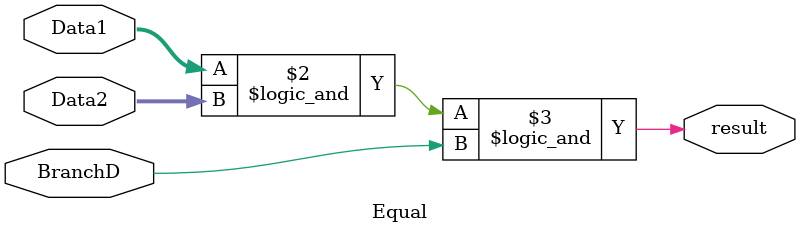
<source format=v>
`timescale 1ns / 1ps
module Equal(
    input BranchD,
	 input [31:0] Data1,
	 input [31:0] Data2,
	 output reg result
	 );

always@(*)
	begin
	result = Data1 && Data2 && BranchD;
	end

endmodule

</source>
